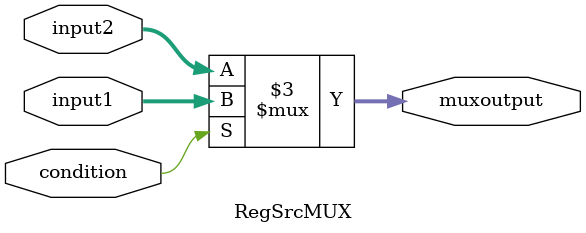
<source format=v>
module   RegSrcMUX (input [4:0] input1,  // input
              input [4:0] input2,  //
              input condition,
              output reg [4:0] muxoutput);

    always @(*) begin
        if(condition) 
            muxoutput = input1;
        else
            muxoutput = input2; 
    end

endmodule

</source>
